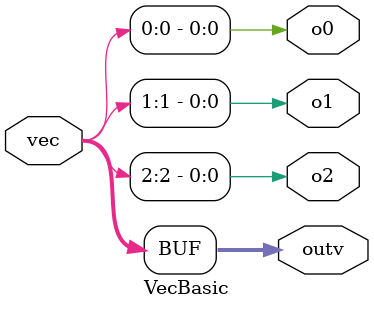
<source format=v>
module VecBasic (
    input wire [2:0] vec,
    output wire [2:0] outv,
    output wire o2,
    output wire o1,
    output wire o0
); // Module body starts after module declaration
    
    assign outv = vec;
    assign {o2,o1,o0} = vec; // concatenation

    // beginner way
    /*
    assign o0 = vec[0];
    assign o1 = vec[1];
    assign o2 = vec[2];
    */
endmodule
</source>
